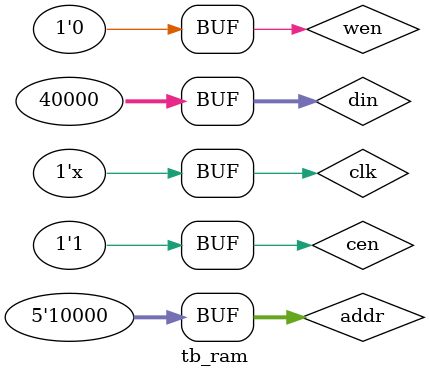
<source format=v>
`timescale 1ns/100ps

module tb_ram;
	reg clk;
	reg cen, wen;
	reg[4:0] addr; //addr = 00000(0) ~ 11111(31)
	reg[31:0] din;
	wire[31:0] dout;
	
	ram ram_1(clk, cen, wen, addr, din, dout);
	
	always
		begin
			#5; clk = ~clk; //cycle of clk is 10ns
		end
	
	initial
		begin
			clk = 1'b0; #4; cen = 1'b0; wen = 1'b0; addr = 5'b00000; din = 32'h0000_0000; #10;
			addr = 5'b00001; #10;
			addr = 5'b00010; #10;
			addr = 5'b00100; #10;
			addr = 5'b01000; #10;
			addr = 5'b10000; #10; //addr increase but do nothing
			
			cen = 1'b1; wen = 1'b1; din = 10000; addr = 5'b0000; #10;
			din = 20000; addr = 5'b00001; #10;
			din = 30000; addr = 5'b00010; #10;
			din = 40000; addr = 5'b00100; #10; //write 4 values
		
			cen = 1'b1; wen = 1'b0; addr = 5'b00010; #10;
			addr =  5'b00100; #10;
			addr =  5'b01000; #10;
			addr =  5'b10000; #10; //read 4 values (only 2 values are meaningfull)
		end
endmodule 
</source>
